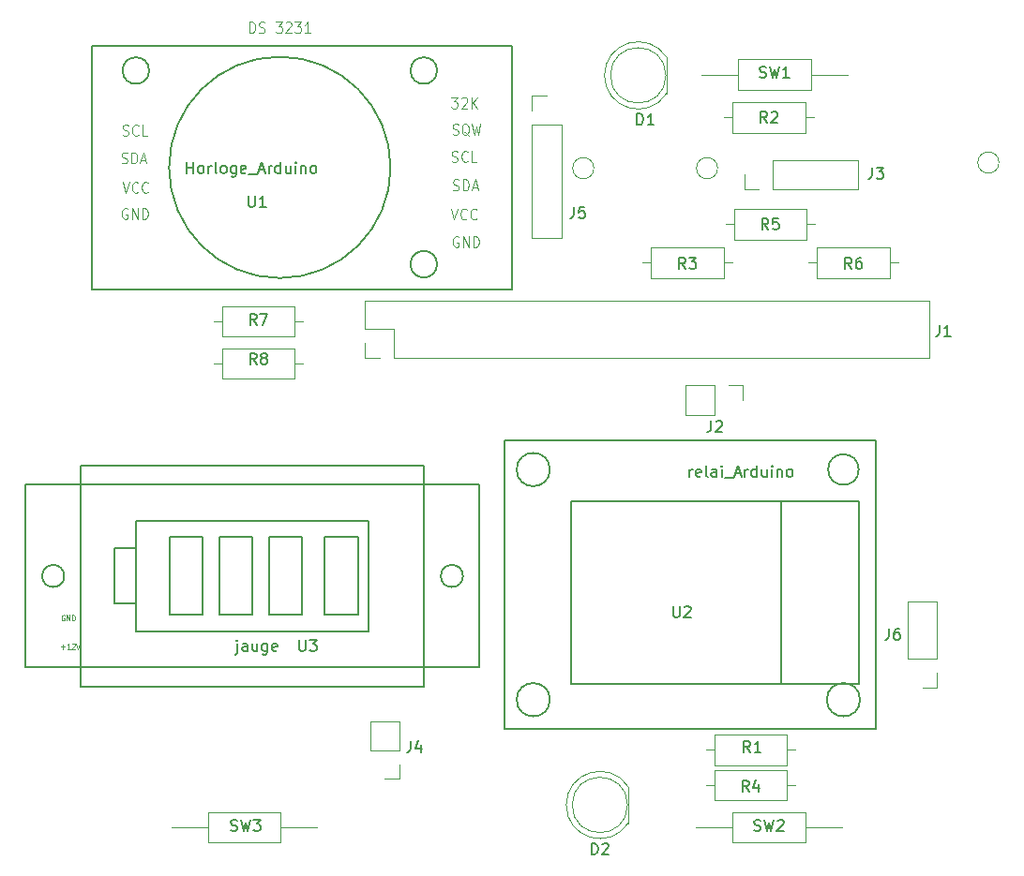
<source format=gbr>
%TF.GenerationSoftware,KiCad,Pcbnew,6.0.9-8da3e8f707~116~ubuntu20.04.1*%
%TF.CreationDate,2022-11-14T15:11:31+01:00*%
%TF.ProjectId,kosmos_V3_PCB,6b6f736d-6f73-45f5-9633-5f5043422e6b,rev?*%
%TF.SameCoordinates,Original*%
%TF.FileFunction,Legend,Top*%
%TF.FilePolarity,Positive*%
%FSLAX46Y46*%
G04 Gerber Fmt 4.6, Leading zero omitted, Abs format (unit mm)*
G04 Created by KiCad (PCBNEW 6.0.9-8da3e8f707~116~ubuntu20.04.1) date 2022-11-14 15:11:31*
%MOMM*%
%LPD*%
G01*
G04 APERTURE LIST*
%ADD10C,0.150000*%
%ADD11C,0.125000*%
%ADD12C,0.062500*%
%ADD13C,0.120000*%
%ADD14C,0.200000*%
G04 APERTURE END LIST*
D10*
%TO.C,*%
%TO.C,U1*%
X108966095Y-62952380D02*
X108966095Y-63761904D01*
X109013714Y-63857142D01*
X109061333Y-63904761D01*
X109156571Y-63952380D01*
X109347047Y-63952380D01*
X109442285Y-63904761D01*
X109489904Y-63857142D01*
X109537523Y-63761904D01*
X109537523Y-62952380D01*
X110537523Y-63952380D02*
X109966095Y-63952380D01*
X110251809Y-63952380D02*
X110251809Y-62952380D01*
X110156571Y-63095238D01*
X110061333Y-63190476D01*
X109966095Y-63238095D01*
X103410476Y-60904380D02*
X103410476Y-59904380D01*
X103410476Y-60380571D02*
X103981904Y-60380571D01*
X103981904Y-60904380D02*
X103981904Y-59904380D01*
X104600952Y-60904380D02*
X104505714Y-60856761D01*
X104458095Y-60809142D01*
X104410476Y-60713904D01*
X104410476Y-60428190D01*
X104458095Y-60332952D01*
X104505714Y-60285333D01*
X104600952Y-60237714D01*
X104743809Y-60237714D01*
X104839047Y-60285333D01*
X104886666Y-60332952D01*
X104934285Y-60428190D01*
X104934285Y-60713904D01*
X104886666Y-60809142D01*
X104839047Y-60856761D01*
X104743809Y-60904380D01*
X104600952Y-60904380D01*
X105362857Y-60904380D02*
X105362857Y-60237714D01*
X105362857Y-60428190D02*
X105410476Y-60332952D01*
X105458095Y-60285333D01*
X105553333Y-60237714D01*
X105648571Y-60237714D01*
X106124761Y-60904380D02*
X106029523Y-60856761D01*
X105981904Y-60761523D01*
X105981904Y-59904380D01*
X106648571Y-60904380D02*
X106553333Y-60856761D01*
X106505714Y-60809142D01*
X106458095Y-60713904D01*
X106458095Y-60428190D01*
X106505714Y-60332952D01*
X106553333Y-60285333D01*
X106648571Y-60237714D01*
X106791428Y-60237714D01*
X106886666Y-60285333D01*
X106934285Y-60332952D01*
X106981904Y-60428190D01*
X106981904Y-60713904D01*
X106934285Y-60809142D01*
X106886666Y-60856761D01*
X106791428Y-60904380D01*
X106648571Y-60904380D01*
X107839047Y-60237714D02*
X107839047Y-61047238D01*
X107791428Y-61142476D01*
X107743809Y-61190095D01*
X107648571Y-61237714D01*
X107505714Y-61237714D01*
X107410476Y-61190095D01*
X107839047Y-60856761D02*
X107743809Y-60904380D01*
X107553333Y-60904380D01*
X107458095Y-60856761D01*
X107410476Y-60809142D01*
X107362857Y-60713904D01*
X107362857Y-60428190D01*
X107410476Y-60332952D01*
X107458095Y-60285333D01*
X107553333Y-60237714D01*
X107743809Y-60237714D01*
X107839047Y-60285333D01*
X108696190Y-60856761D02*
X108600952Y-60904380D01*
X108410476Y-60904380D01*
X108315238Y-60856761D01*
X108267619Y-60761523D01*
X108267619Y-60380571D01*
X108315238Y-60285333D01*
X108410476Y-60237714D01*
X108600952Y-60237714D01*
X108696190Y-60285333D01*
X108743809Y-60380571D01*
X108743809Y-60475809D01*
X108267619Y-60571047D01*
X108934285Y-60999619D02*
X109696190Y-60999619D01*
X109886666Y-60618666D02*
X110362857Y-60618666D01*
X109791428Y-60904380D02*
X110124761Y-59904380D01*
X110458095Y-60904380D01*
X110791428Y-60904380D02*
X110791428Y-60237714D01*
X110791428Y-60428190D02*
X110839047Y-60332952D01*
X110886666Y-60285333D01*
X110981904Y-60237714D01*
X111077142Y-60237714D01*
X111839047Y-60904380D02*
X111839047Y-59904380D01*
X111839047Y-60856761D02*
X111743809Y-60904380D01*
X111553333Y-60904380D01*
X111458095Y-60856761D01*
X111410476Y-60809142D01*
X111362857Y-60713904D01*
X111362857Y-60428190D01*
X111410476Y-60332952D01*
X111458095Y-60285333D01*
X111553333Y-60237714D01*
X111743809Y-60237714D01*
X111839047Y-60285333D01*
X112743809Y-60237714D02*
X112743809Y-60904380D01*
X112315238Y-60237714D02*
X112315238Y-60761523D01*
X112362857Y-60856761D01*
X112458095Y-60904380D01*
X112600952Y-60904380D01*
X112696190Y-60856761D01*
X112743809Y-60809142D01*
X113220000Y-60904380D02*
X113220000Y-60237714D01*
X113220000Y-59904380D02*
X113172380Y-59952000D01*
X113220000Y-59999619D01*
X113267619Y-59952000D01*
X113220000Y-59904380D01*
X113220000Y-59999619D01*
X113696190Y-60237714D02*
X113696190Y-60904380D01*
X113696190Y-60332952D02*
X113743809Y-60285333D01*
X113839047Y-60237714D01*
X113981904Y-60237714D01*
X114077142Y-60285333D01*
X114124761Y-60380571D01*
X114124761Y-60904380D01*
X114743809Y-60904380D02*
X114648571Y-60856761D01*
X114600952Y-60809142D01*
X114553333Y-60713904D01*
X114553333Y-60428190D01*
X114600952Y-60332952D01*
X114648571Y-60285333D01*
X114743809Y-60237714D01*
X114886666Y-60237714D01*
X114981904Y-60285333D01*
X115029523Y-60332952D01*
X115077142Y-60428190D01*
X115077142Y-60713904D01*
X115029523Y-60809142D01*
X114981904Y-60856761D01*
X114886666Y-60904380D01*
X114743809Y-60904380D01*
D11*
X97590500Y-61695916D02*
X97890500Y-62695916D01*
X98190500Y-61695916D01*
X99004786Y-62600678D02*
X98961928Y-62648297D01*
X98833357Y-62695916D01*
X98747643Y-62695916D01*
X98619071Y-62648297D01*
X98533357Y-62553059D01*
X98490500Y-62457821D01*
X98447643Y-62267345D01*
X98447643Y-62124488D01*
X98490500Y-61934012D01*
X98533357Y-61838774D01*
X98619071Y-61743536D01*
X98747643Y-61695916D01*
X98833357Y-61695916D01*
X98961928Y-61743536D01*
X99004786Y-61791155D01*
X99904786Y-62600678D02*
X99861928Y-62648297D01*
X99733357Y-62695916D01*
X99647643Y-62695916D01*
X99519071Y-62648297D01*
X99433357Y-62553059D01*
X99390500Y-62457821D01*
X99347643Y-62267345D01*
X99347643Y-62124488D01*
X99390500Y-61934012D01*
X99433357Y-61838774D01*
X99519071Y-61743536D01*
X99647643Y-61695916D01*
X99733357Y-61695916D01*
X99861928Y-61743536D01*
X99904786Y-61791155D01*
X97506466Y-59979761D02*
X97635038Y-60027380D01*
X97849323Y-60027380D01*
X97935038Y-59979761D01*
X97977895Y-59932142D01*
X98020752Y-59836904D01*
X98020752Y-59741666D01*
X97977895Y-59646428D01*
X97935038Y-59598809D01*
X97849323Y-59551190D01*
X97677895Y-59503571D01*
X97592180Y-59455952D01*
X97549323Y-59408333D01*
X97506466Y-59313095D01*
X97506466Y-59217857D01*
X97549323Y-59122619D01*
X97592180Y-59075000D01*
X97677895Y-59027380D01*
X97892180Y-59027380D01*
X98020752Y-59075000D01*
X98406466Y-60027380D02*
X98406466Y-59027380D01*
X98620752Y-59027380D01*
X98749323Y-59075000D01*
X98835038Y-59170238D01*
X98877895Y-59265476D01*
X98920752Y-59455952D01*
X98920752Y-59598809D01*
X98877895Y-59789285D01*
X98835038Y-59884523D01*
X98749323Y-59979761D01*
X98620752Y-60027380D01*
X98406466Y-60027380D01*
X99263609Y-59741666D02*
X99692180Y-59741666D01*
X99177895Y-60027380D02*
X99477895Y-59027380D01*
X99777895Y-60027380D01*
X127447540Y-62424391D02*
X127576112Y-62472010D01*
X127790397Y-62472010D01*
X127876112Y-62424391D01*
X127918969Y-62376772D01*
X127961826Y-62281534D01*
X127961826Y-62186296D01*
X127918969Y-62091058D01*
X127876112Y-62043439D01*
X127790397Y-61995820D01*
X127618969Y-61948201D01*
X127533254Y-61900582D01*
X127490397Y-61852963D01*
X127447540Y-61757725D01*
X127447540Y-61662487D01*
X127490397Y-61567249D01*
X127533254Y-61519630D01*
X127618969Y-61472010D01*
X127833254Y-61472010D01*
X127961826Y-61519630D01*
X128347540Y-62472010D02*
X128347540Y-61472010D01*
X128561826Y-61472010D01*
X128690397Y-61519630D01*
X128776112Y-61614868D01*
X128818969Y-61710106D01*
X128861826Y-61900582D01*
X128861826Y-62043439D01*
X128818969Y-62233915D01*
X128776112Y-62329153D01*
X128690397Y-62424391D01*
X128561826Y-62472010D01*
X128347540Y-62472010D01*
X129204683Y-62186296D02*
X129633254Y-62186296D01*
X129118969Y-62472010D02*
X129418969Y-61472010D01*
X129718969Y-62472010D01*
X127333261Y-59853110D02*
X127461833Y-59900729D01*
X127676118Y-59900729D01*
X127761833Y-59853110D01*
X127804690Y-59805491D01*
X127847547Y-59710253D01*
X127847547Y-59615015D01*
X127804690Y-59519777D01*
X127761833Y-59472158D01*
X127676118Y-59424539D01*
X127504690Y-59376920D01*
X127418975Y-59329301D01*
X127376118Y-59281682D01*
X127333261Y-59186444D01*
X127333261Y-59091206D01*
X127376118Y-58995968D01*
X127418975Y-58948349D01*
X127504690Y-58900729D01*
X127718975Y-58900729D01*
X127847547Y-58948349D01*
X128747547Y-59805491D02*
X128704690Y-59853110D01*
X128576118Y-59900729D01*
X128490404Y-59900729D01*
X128361833Y-59853110D01*
X128276118Y-59757872D01*
X128233261Y-59662634D01*
X128190404Y-59472158D01*
X128190404Y-59329301D01*
X128233261Y-59138825D01*
X128276118Y-59043587D01*
X128361833Y-58948349D01*
X128490404Y-58900729D01*
X128576118Y-58900729D01*
X128704690Y-58948349D01*
X128747547Y-58995968D01*
X129561833Y-59900729D02*
X129133261Y-59900729D01*
X129133261Y-58900729D01*
X109076616Y-48227690D02*
X109076616Y-47227690D01*
X109290902Y-47227690D01*
X109419473Y-47275310D01*
X109505188Y-47370548D01*
X109548045Y-47465786D01*
X109590902Y-47656262D01*
X109590902Y-47799119D01*
X109548045Y-47989595D01*
X109505188Y-48084833D01*
X109419473Y-48180071D01*
X109290902Y-48227690D01*
X109076616Y-48227690D01*
X109933759Y-48180071D02*
X110062331Y-48227690D01*
X110276616Y-48227690D01*
X110362331Y-48180071D01*
X110405188Y-48132452D01*
X110448045Y-48037214D01*
X110448045Y-47941976D01*
X110405188Y-47846738D01*
X110362331Y-47799119D01*
X110276616Y-47751500D01*
X110105188Y-47703881D01*
X110019473Y-47656262D01*
X109976616Y-47608643D01*
X109933759Y-47513405D01*
X109933759Y-47418167D01*
X109976616Y-47322929D01*
X110019473Y-47275310D01*
X110105188Y-47227690D01*
X110319473Y-47227690D01*
X110448045Y-47275310D01*
X111433759Y-47227690D02*
X111990902Y-47227690D01*
X111690902Y-47608643D01*
X111819473Y-47608643D01*
X111905188Y-47656262D01*
X111948045Y-47703881D01*
X111990902Y-47799119D01*
X111990902Y-48037214D01*
X111948045Y-48132452D01*
X111905188Y-48180071D01*
X111819473Y-48227690D01*
X111562331Y-48227690D01*
X111476616Y-48180071D01*
X111433759Y-48132452D01*
X112333759Y-47322929D02*
X112376616Y-47275310D01*
X112462331Y-47227690D01*
X112676616Y-47227690D01*
X112762331Y-47275310D01*
X112805188Y-47322929D01*
X112848045Y-47418167D01*
X112848045Y-47513405D01*
X112805188Y-47656262D01*
X112290902Y-48227690D01*
X112848045Y-48227690D01*
X113148045Y-47227690D02*
X113705188Y-47227690D01*
X113405188Y-47608643D01*
X113533759Y-47608643D01*
X113619473Y-47656262D01*
X113662331Y-47703881D01*
X113705188Y-47799119D01*
X113705188Y-48037214D01*
X113662331Y-48132452D01*
X113619473Y-48180071D01*
X113533759Y-48227690D01*
X113276616Y-48227690D01*
X113190902Y-48180071D01*
X113148045Y-48132452D01*
X114562331Y-48227690D02*
X114048045Y-48227690D01*
X114305188Y-48227690D02*
X114305188Y-47227690D01*
X114219473Y-47370548D01*
X114133759Y-47465786D01*
X114048045Y-47513405D01*
X97606460Y-57467590D02*
X97735032Y-57515209D01*
X97949317Y-57515209D01*
X98035032Y-57467590D01*
X98077889Y-57419971D01*
X98120746Y-57324733D01*
X98120746Y-57229495D01*
X98077889Y-57134257D01*
X98035032Y-57086638D01*
X97949317Y-57039019D01*
X97777889Y-56991400D01*
X97692174Y-56943781D01*
X97649317Y-56896162D01*
X97606460Y-56800924D01*
X97606460Y-56705686D01*
X97649317Y-56610448D01*
X97692174Y-56562829D01*
X97777889Y-56515209D01*
X97992174Y-56515209D01*
X98120746Y-56562829D01*
X99020746Y-57419971D02*
X98977889Y-57467590D01*
X98849317Y-57515209D01*
X98763603Y-57515209D01*
X98635032Y-57467590D01*
X98549317Y-57372352D01*
X98506460Y-57277114D01*
X98463603Y-57086638D01*
X98463603Y-56943781D01*
X98506460Y-56753305D01*
X98549317Y-56658067D01*
X98635032Y-56562829D01*
X98763603Y-56515209D01*
X98849317Y-56515209D01*
X98977889Y-56562829D01*
X99020746Y-56610448D01*
X99835032Y-57515209D02*
X99406460Y-57515209D01*
X99406460Y-56515209D01*
X127904686Y-66662192D02*
X127818972Y-66614572D01*
X127690400Y-66614572D01*
X127561829Y-66662192D01*
X127476114Y-66757430D01*
X127433257Y-66852668D01*
X127390400Y-67043144D01*
X127390400Y-67186001D01*
X127433257Y-67376477D01*
X127476114Y-67471715D01*
X127561829Y-67566953D01*
X127690400Y-67614572D01*
X127776114Y-67614572D01*
X127904686Y-67566953D01*
X127947543Y-67519334D01*
X127947543Y-67186001D01*
X127776114Y-67186001D01*
X128333257Y-67614572D02*
X128333257Y-66614572D01*
X128847543Y-67614572D01*
X128847543Y-66614572D01*
X129276114Y-67614572D02*
X129276114Y-66614572D01*
X129490400Y-66614572D01*
X129618972Y-66662192D01*
X129704686Y-66757430D01*
X129747543Y-66852668D01*
X129790400Y-67043144D01*
X129790400Y-67186001D01*
X129747543Y-67376477D01*
X129704686Y-67471715D01*
X129618972Y-67566953D01*
X129490400Y-67614572D01*
X129276114Y-67614572D01*
X98019081Y-64112117D02*
X97933367Y-64064497D01*
X97804795Y-64064497D01*
X97676224Y-64112117D01*
X97590509Y-64207355D01*
X97547652Y-64302593D01*
X97504795Y-64493069D01*
X97504795Y-64635926D01*
X97547652Y-64826402D01*
X97590509Y-64921640D01*
X97676224Y-65016878D01*
X97804795Y-65064497D01*
X97890509Y-65064497D01*
X98019081Y-65016878D01*
X98061938Y-64969259D01*
X98061938Y-64635926D01*
X97890509Y-64635926D01*
X98447652Y-65064497D02*
X98447652Y-64064497D01*
X98961938Y-65064497D01*
X98961938Y-64064497D01*
X99390509Y-65064497D02*
X99390509Y-64064497D01*
X99604795Y-64064497D01*
X99733367Y-64112117D01*
X99819081Y-64207355D01*
X99861938Y-64302593D01*
X99904795Y-64493069D01*
X99904795Y-64635926D01*
X99861938Y-64826402D01*
X99819081Y-64921640D01*
X99733367Y-65016878D01*
X99604795Y-65064497D01*
X99390509Y-65064497D01*
X127390400Y-57396108D02*
X127518972Y-57443727D01*
X127733257Y-57443727D01*
X127818972Y-57396108D01*
X127861829Y-57348489D01*
X127904686Y-57253251D01*
X127904686Y-57158013D01*
X127861829Y-57062775D01*
X127818972Y-57015156D01*
X127733257Y-56967537D01*
X127561829Y-56919918D01*
X127476114Y-56872299D01*
X127433257Y-56824680D01*
X127390400Y-56729442D01*
X127390400Y-56634204D01*
X127433257Y-56538966D01*
X127476114Y-56491347D01*
X127561829Y-56443727D01*
X127776114Y-56443727D01*
X127904686Y-56491347D01*
X128890400Y-57538966D02*
X128804686Y-57491347D01*
X128718972Y-57396108D01*
X128590400Y-57253251D01*
X128504686Y-57205632D01*
X128418972Y-57205632D01*
X128461829Y-57443727D02*
X128376114Y-57396108D01*
X128290400Y-57300870D01*
X128247543Y-57110394D01*
X128247543Y-56777061D01*
X128290400Y-56586585D01*
X128376114Y-56491347D01*
X128461829Y-56443727D01*
X128633257Y-56443727D01*
X128718972Y-56491347D01*
X128804686Y-56586585D01*
X128847543Y-56777061D01*
X128847543Y-57110394D01*
X128804686Y-57300870D01*
X128718972Y-57396108D01*
X128633257Y-57443727D01*
X128461829Y-57443727D01*
X129147543Y-56443727D02*
X129361829Y-57443727D01*
X129533257Y-56729442D01*
X129704686Y-57443727D01*
X129918972Y-56443727D01*
X127247547Y-64100431D02*
X127547547Y-65100431D01*
X127847547Y-64100431D01*
X128661833Y-65005193D02*
X128618975Y-65052812D01*
X128490404Y-65100431D01*
X128404690Y-65100431D01*
X128276118Y-65052812D01*
X128190404Y-64957574D01*
X128147547Y-64862336D01*
X128104690Y-64671860D01*
X128104690Y-64529003D01*
X128147547Y-64338527D01*
X128190404Y-64243289D01*
X128276118Y-64148051D01*
X128404690Y-64100431D01*
X128490404Y-64100431D01*
X128618975Y-64148051D01*
X128661833Y-64195670D01*
X129561833Y-65005193D02*
X129518975Y-65052812D01*
X129390404Y-65100431D01*
X129304690Y-65100431D01*
X129176118Y-65052812D01*
X129090404Y-64957574D01*
X129047547Y-64862336D01*
X129004690Y-64671860D01*
X129004690Y-64529003D01*
X129047547Y-64338527D01*
X129090404Y-64243289D01*
X129176118Y-64148051D01*
X129304690Y-64100431D01*
X129390404Y-64100431D01*
X129518975Y-64148051D01*
X129561833Y-64195670D01*
X127290404Y-54043865D02*
X127847547Y-54043865D01*
X127547547Y-54424818D01*
X127676118Y-54424818D01*
X127761833Y-54472437D01*
X127804690Y-54520056D01*
X127847547Y-54615294D01*
X127847547Y-54853389D01*
X127804690Y-54948627D01*
X127761833Y-54996246D01*
X127676118Y-55043865D01*
X127418975Y-55043865D01*
X127333261Y-54996246D01*
X127290404Y-54948627D01*
X128190404Y-54139104D02*
X128233261Y-54091485D01*
X128318975Y-54043865D01*
X128533261Y-54043865D01*
X128618975Y-54091485D01*
X128661833Y-54139104D01*
X128704690Y-54234342D01*
X128704690Y-54329580D01*
X128661833Y-54472437D01*
X128147547Y-55043865D01*
X128704690Y-55043865D01*
X129090404Y-55043865D02*
X129090404Y-54043865D01*
X129604690Y-55043865D02*
X129218975Y-54472437D01*
X129604690Y-54043865D02*
X129090404Y-54615294D01*
D10*
%TO.C,SW3*%
X107378666Y-120292761D02*
X107521523Y-120340380D01*
X107759619Y-120340380D01*
X107854857Y-120292761D01*
X107902476Y-120245142D01*
X107950095Y-120149904D01*
X107950095Y-120054666D01*
X107902476Y-119959428D01*
X107854857Y-119911809D01*
X107759619Y-119864190D01*
X107569142Y-119816571D01*
X107473904Y-119768952D01*
X107426285Y-119721333D01*
X107378666Y-119626095D01*
X107378666Y-119530857D01*
X107426285Y-119435619D01*
X107473904Y-119388000D01*
X107569142Y-119340380D01*
X107807238Y-119340380D01*
X107950095Y-119388000D01*
X108283428Y-119340380D02*
X108521523Y-120340380D01*
X108712000Y-119626095D01*
X108902476Y-120340380D01*
X109140571Y-119340380D01*
X109426285Y-119340380D02*
X110045333Y-119340380D01*
X109712000Y-119721333D01*
X109854857Y-119721333D01*
X109950095Y-119768952D01*
X109997714Y-119816571D01*
X110045333Y-119911809D01*
X110045333Y-120149904D01*
X109997714Y-120245142D01*
X109950095Y-120292761D01*
X109854857Y-120340380D01*
X109569142Y-120340380D01*
X109473904Y-120292761D01*
X109426285Y-120245142D01*
%TO.C,U2*%
X147318095Y-100042380D02*
X147318095Y-100851904D01*
X147365714Y-100947142D01*
X147413333Y-100994761D01*
X147508571Y-101042380D01*
X147699047Y-101042380D01*
X147794285Y-100994761D01*
X147841904Y-100947142D01*
X147889523Y-100851904D01*
X147889523Y-100042380D01*
X148318095Y-100137619D02*
X148365714Y-100090000D01*
X148460952Y-100042380D01*
X148699047Y-100042380D01*
X148794285Y-100090000D01*
X148841904Y-100137619D01*
X148889523Y-100232857D01*
X148889523Y-100328095D01*
X148841904Y-100470952D01*
X148270476Y-101042380D01*
X148889523Y-101042380D01*
X148796952Y-88336380D02*
X148796952Y-87669714D01*
X148796952Y-87860190D02*
X148844571Y-87764952D01*
X148892190Y-87717333D01*
X148987428Y-87669714D01*
X149082666Y-87669714D01*
X149796952Y-88288761D02*
X149701714Y-88336380D01*
X149511238Y-88336380D01*
X149416000Y-88288761D01*
X149368380Y-88193523D01*
X149368380Y-87812571D01*
X149416000Y-87717333D01*
X149511238Y-87669714D01*
X149701714Y-87669714D01*
X149796952Y-87717333D01*
X149844571Y-87812571D01*
X149844571Y-87907809D01*
X149368380Y-88003047D01*
X150416000Y-88336380D02*
X150320761Y-88288761D01*
X150273142Y-88193523D01*
X150273142Y-87336380D01*
X151225523Y-88336380D02*
X151225523Y-87812571D01*
X151177904Y-87717333D01*
X151082666Y-87669714D01*
X150892190Y-87669714D01*
X150796952Y-87717333D01*
X151225523Y-88288761D02*
X151130285Y-88336380D01*
X150892190Y-88336380D01*
X150796952Y-88288761D01*
X150749333Y-88193523D01*
X150749333Y-88098285D01*
X150796952Y-88003047D01*
X150892190Y-87955428D01*
X151130285Y-87955428D01*
X151225523Y-87907809D01*
X151701714Y-88336380D02*
X151701714Y-87669714D01*
X151701714Y-87336380D02*
X151654095Y-87384000D01*
X151701714Y-87431619D01*
X151749333Y-87384000D01*
X151701714Y-87336380D01*
X151701714Y-87431619D01*
X151939809Y-88431619D02*
X152701714Y-88431619D01*
X152892190Y-88050666D02*
X153368380Y-88050666D01*
X152796952Y-88336380D02*
X153130285Y-87336380D01*
X153463619Y-88336380D01*
X153796952Y-88336380D02*
X153796952Y-87669714D01*
X153796952Y-87860190D02*
X153844571Y-87764952D01*
X153892190Y-87717333D01*
X153987428Y-87669714D01*
X154082666Y-87669714D01*
X154844571Y-88336380D02*
X154844571Y-87336380D01*
X154844571Y-88288761D02*
X154749333Y-88336380D01*
X154558857Y-88336380D01*
X154463619Y-88288761D01*
X154416000Y-88241142D01*
X154368380Y-88145904D01*
X154368380Y-87860190D01*
X154416000Y-87764952D01*
X154463619Y-87717333D01*
X154558857Y-87669714D01*
X154749333Y-87669714D01*
X154844571Y-87717333D01*
X155749333Y-87669714D02*
X155749333Y-88336380D01*
X155320761Y-87669714D02*
X155320761Y-88193523D01*
X155368380Y-88288761D01*
X155463619Y-88336380D01*
X155606476Y-88336380D01*
X155701714Y-88288761D01*
X155749333Y-88241142D01*
X156225523Y-88336380D02*
X156225523Y-87669714D01*
X156225523Y-87336380D02*
X156177904Y-87384000D01*
X156225523Y-87431619D01*
X156273142Y-87384000D01*
X156225523Y-87336380D01*
X156225523Y-87431619D01*
X156701714Y-87669714D02*
X156701714Y-88336380D01*
X156701714Y-87764952D02*
X156749333Y-87717333D01*
X156844571Y-87669714D01*
X156987428Y-87669714D01*
X157082666Y-87717333D01*
X157130285Y-87812571D01*
X157130285Y-88336380D01*
X157749333Y-88336380D02*
X157654095Y-88288761D01*
X157606476Y-88241142D01*
X157558857Y-88145904D01*
X157558857Y-87860190D01*
X157606476Y-87764952D01*
X157654095Y-87717333D01*
X157749333Y-87669714D01*
X157892190Y-87669714D01*
X157987428Y-87717333D01*
X158035047Y-87764952D01*
X158082666Y-87860190D01*
X158082666Y-88145904D01*
X158035047Y-88241142D01*
X157987428Y-88288761D01*
X157892190Y-88336380D01*
X157749333Y-88336380D01*
%TO.C,*%
%TO.C,U3*%
X113538095Y-103084380D02*
X113538095Y-103893904D01*
X113585714Y-103989142D01*
X113633333Y-104036761D01*
X113728571Y-104084380D01*
X113919047Y-104084380D01*
X114014285Y-104036761D01*
X114061904Y-103989142D01*
X114109523Y-103893904D01*
X114109523Y-103084380D01*
X114490476Y-103084380D02*
X115109523Y-103084380D01*
X114776190Y-103465333D01*
X114919047Y-103465333D01*
X115014285Y-103512952D01*
X115061904Y-103560571D01*
X115109523Y-103655809D01*
X115109523Y-103893904D01*
X115061904Y-103989142D01*
X115014285Y-104036761D01*
X114919047Y-104084380D01*
X114633333Y-104084380D01*
X114538095Y-104036761D01*
X114490476Y-103989142D01*
X107942285Y-103417714D02*
X107942285Y-104274857D01*
X107894666Y-104370095D01*
X107799428Y-104417714D01*
X107751809Y-104417714D01*
X107942285Y-103084380D02*
X107894666Y-103132000D01*
X107942285Y-103179619D01*
X107989904Y-103132000D01*
X107942285Y-103084380D01*
X107942285Y-103179619D01*
X108847047Y-104084380D02*
X108847047Y-103560571D01*
X108799428Y-103465333D01*
X108704190Y-103417714D01*
X108513714Y-103417714D01*
X108418476Y-103465333D01*
X108847047Y-104036761D02*
X108751809Y-104084380D01*
X108513714Y-104084380D01*
X108418476Y-104036761D01*
X108370857Y-103941523D01*
X108370857Y-103846285D01*
X108418476Y-103751047D01*
X108513714Y-103703428D01*
X108751809Y-103703428D01*
X108847047Y-103655809D01*
X109751809Y-103417714D02*
X109751809Y-104084380D01*
X109323238Y-103417714D02*
X109323238Y-103941523D01*
X109370857Y-104036761D01*
X109466095Y-104084380D01*
X109608952Y-104084380D01*
X109704190Y-104036761D01*
X109751809Y-103989142D01*
X110656571Y-103417714D02*
X110656571Y-104227238D01*
X110608952Y-104322476D01*
X110561333Y-104370095D01*
X110466095Y-104417714D01*
X110323238Y-104417714D01*
X110228000Y-104370095D01*
X110656571Y-104036761D02*
X110561333Y-104084380D01*
X110370857Y-104084380D01*
X110275619Y-104036761D01*
X110228000Y-103989142D01*
X110180380Y-103893904D01*
X110180380Y-103608190D01*
X110228000Y-103512952D01*
X110275619Y-103465333D01*
X110370857Y-103417714D01*
X110561333Y-103417714D01*
X110656571Y-103465333D01*
X111513714Y-104036761D02*
X111418476Y-104084380D01*
X111228000Y-104084380D01*
X111132761Y-104036761D01*
X111085142Y-103941523D01*
X111085142Y-103560571D01*
X111132761Y-103465333D01*
X111228000Y-103417714D01*
X111418476Y-103417714D01*
X111513714Y-103465333D01*
X111561333Y-103560571D01*
X111561333Y-103655809D01*
X111085142Y-103751047D01*
D12*
X92062191Y-103702067D02*
X92405049Y-103702067D01*
X92233620Y-103892543D02*
X92233620Y-103511591D01*
X92855049Y-103892543D02*
X92597906Y-103892543D01*
X92726477Y-103892543D02*
X92726477Y-103392543D01*
X92683620Y-103463972D01*
X92640763Y-103511591D01*
X92597906Y-103535400D01*
X93026477Y-103440162D02*
X93047906Y-103416353D01*
X93090763Y-103392543D01*
X93197906Y-103392543D01*
X93240763Y-103416353D01*
X93262191Y-103440162D01*
X93283620Y-103487781D01*
X93283620Y-103535400D01*
X93262191Y-103606829D01*
X93005049Y-103892543D01*
X93283620Y-103892543D01*
X93412191Y-103392543D02*
X93562191Y-103892543D01*
X93712191Y-103392543D01*
X92355010Y-100864811D02*
X92312153Y-100841001D01*
X92247867Y-100841001D01*
X92183581Y-100864811D01*
X92140724Y-100912430D01*
X92119295Y-100960049D01*
X92097867Y-101055287D01*
X92097867Y-101126715D01*
X92119295Y-101221953D01*
X92140724Y-101269572D01*
X92183581Y-101317191D01*
X92247867Y-101341001D01*
X92290724Y-101341001D01*
X92355010Y-101317191D01*
X92376438Y-101293382D01*
X92376438Y-101126715D01*
X92290724Y-101126715D01*
X92569295Y-101341001D02*
X92569295Y-100841001D01*
X92826438Y-101341001D01*
X92826438Y-100841001D01*
X93040724Y-101341001D02*
X93040724Y-100841001D01*
X93147867Y-100841001D01*
X93212153Y-100864811D01*
X93255010Y-100912430D01*
X93276438Y-100960049D01*
X93297867Y-101055287D01*
X93297867Y-101126715D01*
X93276438Y-101221953D01*
X93255010Y-101269572D01*
X93212153Y-101317191D01*
X93147867Y-101341001D01*
X93040724Y-101341001D01*
D10*
%TO.C,*%
%TO.C,J1*%
X171370666Y-74636380D02*
X171370666Y-75350666D01*
X171323047Y-75493523D01*
X171227809Y-75588761D01*
X171084952Y-75636380D01*
X170989714Y-75636380D01*
X172370666Y-75636380D02*
X171799238Y-75636380D01*
X172084952Y-75636380D02*
X172084952Y-74636380D01*
X171989714Y-74779238D01*
X171894476Y-74874476D01*
X171799238Y-74922095D01*
%TO.C,R1*%
X154265333Y-113228380D02*
X153932000Y-112752190D01*
X153693904Y-113228380D02*
X153693904Y-112228380D01*
X154074857Y-112228380D01*
X154170095Y-112276000D01*
X154217714Y-112323619D01*
X154265333Y-112418857D01*
X154265333Y-112561714D01*
X154217714Y-112656952D01*
X154170095Y-112704571D01*
X154074857Y-112752190D01*
X153693904Y-112752190D01*
X155217714Y-113228380D02*
X154646285Y-113228380D01*
X154932000Y-113228380D02*
X154932000Y-112228380D01*
X154836761Y-112371238D01*
X154741523Y-112466476D01*
X154646285Y-112514095D01*
%TO.C,R3*%
X148417143Y-69540380D02*
X148083810Y-69064190D01*
X147845714Y-69540380D02*
X147845714Y-68540380D01*
X148226667Y-68540380D01*
X148321905Y-68588000D01*
X148369524Y-68635619D01*
X148417143Y-68730857D01*
X148417143Y-68873714D01*
X148369524Y-68968952D01*
X148321905Y-69016571D01*
X148226667Y-69064190D01*
X147845714Y-69064190D01*
X148750476Y-68540380D02*
X149369524Y-68540380D01*
X149036190Y-68921333D01*
X149179048Y-68921333D01*
X149274286Y-68968952D01*
X149321905Y-69016571D01*
X149369524Y-69111809D01*
X149369524Y-69349904D01*
X149321905Y-69445142D01*
X149274286Y-69492761D01*
X149179048Y-69540380D01*
X148893333Y-69540380D01*
X148798095Y-69492761D01*
X148750476Y-69445142D01*
%TO.C,*%
%TO.C,J5*%
X138350666Y-63968380D02*
X138350666Y-64682666D01*
X138303047Y-64825523D01*
X138207809Y-64920761D01*
X138064952Y-64968380D01*
X137969714Y-64968380D01*
X139303047Y-63968380D02*
X138826857Y-63968380D01*
X138779238Y-64444571D01*
X138826857Y-64396952D01*
X138922095Y-64349333D01*
X139160190Y-64349333D01*
X139255428Y-64396952D01*
X139303047Y-64444571D01*
X139350666Y-64539809D01*
X139350666Y-64777904D01*
X139303047Y-64873142D01*
X139255428Y-64920761D01*
X139160190Y-64968380D01*
X138922095Y-64968380D01*
X138826857Y-64920761D01*
X138779238Y-64873142D01*
%TO.C,R6*%
X163413333Y-69540380D02*
X163080000Y-69064190D01*
X162841904Y-69540380D02*
X162841904Y-68540380D01*
X163222857Y-68540380D01*
X163318095Y-68588000D01*
X163365714Y-68635619D01*
X163413333Y-68730857D01*
X163413333Y-68873714D01*
X163365714Y-68968952D01*
X163318095Y-69016571D01*
X163222857Y-69064190D01*
X162841904Y-69064190D01*
X164270476Y-68540380D02*
X164080000Y-68540380D01*
X163984761Y-68588000D01*
X163937142Y-68635619D01*
X163841904Y-68778476D01*
X163794285Y-68968952D01*
X163794285Y-69349904D01*
X163841904Y-69445142D01*
X163889523Y-69492761D01*
X163984761Y-69540380D01*
X164175238Y-69540380D01*
X164270476Y-69492761D01*
X164318095Y-69445142D01*
X164365714Y-69349904D01*
X164365714Y-69111809D01*
X164318095Y-69016571D01*
X164270476Y-68968952D01*
X164175238Y-68921333D01*
X163984761Y-68921333D01*
X163889523Y-68968952D01*
X163841904Y-69016571D01*
X163794285Y-69111809D01*
%TO.C,R4*%
X154138333Y-116784380D02*
X153805000Y-116308190D01*
X153566904Y-116784380D02*
X153566904Y-115784380D01*
X153947857Y-115784380D01*
X154043095Y-115832000D01*
X154090714Y-115879619D01*
X154138333Y-115974857D01*
X154138333Y-116117714D01*
X154090714Y-116212952D01*
X154043095Y-116260571D01*
X153947857Y-116308190D01*
X153566904Y-116308190D01*
X154995476Y-116117714D02*
X154995476Y-116784380D01*
X154757380Y-115736761D02*
X154519285Y-116451047D01*
X155138333Y-116451047D01*
%TO.C,D1*%
X144041904Y-56532380D02*
X144041904Y-55532380D01*
X144280000Y-55532380D01*
X144422857Y-55580000D01*
X144518095Y-55675238D01*
X144565714Y-55770476D01*
X144613333Y-55960952D01*
X144613333Y-56103809D01*
X144565714Y-56294285D01*
X144518095Y-56389523D01*
X144422857Y-56484761D01*
X144280000Y-56532380D01*
X144041904Y-56532380D01*
X145565714Y-56532380D02*
X144994285Y-56532380D01*
X145280000Y-56532380D02*
X145280000Y-55532380D01*
X145184761Y-55675238D01*
X145089523Y-55770476D01*
X144994285Y-55818095D01*
%TO.C,J4*%
X123618666Y-112228380D02*
X123618666Y-112942666D01*
X123571047Y-113085523D01*
X123475809Y-113180761D01*
X123332952Y-113228380D01*
X123237714Y-113228380D01*
X124523428Y-112561714D02*
X124523428Y-113228380D01*
X124285333Y-112180761D02*
X124047238Y-112895047D01*
X124666285Y-112895047D01*
%TO.C,R8*%
X109688333Y-78176380D02*
X109355000Y-77700190D01*
X109116904Y-78176380D02*
X109116904Y-77176380D01*
X109497857Y-77176380D01*
X109593095Y-77224000D01*
X109640714Y-77271619D01*
X109688333Y-77366857D01*
X109688333Y-77509714D01*
X109640714Y-77604952D01*
X109593095Y-77652571D01*
X109497857Y-77700190D01*
X109116904Y-77700190D01*
X110259761Y-77604952D02*
X110164523Y-77557333D01*
X110116904Y-77509714D01*
X110069285Y-77414476D01*
X110069285Y-77366857D01*
X110116904Y-77271619D01*
X110164523Y-77224000D01*
X110259761Y-77176380D01*
X110450238Y-77176380D01*
X110545476Y-77224000D01*
X110593095Y-77271619D01*
X110640714Y-77366857D01*
X110640714Y-77414476D01*
X110593095Y-77509714D01*
X110545476Y-77557333D01*
X110450238Y-77604952D01*
X110259761Y-77604952D01*
X110164523Y-77652571D01*
X110116904Y-77700190D01*
X110069285Y-77795428D01*
X110069285Y-77985904D01*
X110116904Y-78081142D01*
X110164523Y-78128761D01*
X110259761Y-78176380D01*
X110450238Y-78176380D01*
X110545476Y-78128761D01*
X110593095Y-78081142D01*
X110640714Y-77985904D01*
X110640714Y-77795428D01*
X110593095Y-77700190D01*
X110545476Y-77652571D01*
X110450238Y-77604952D01*
%TO.C,D2*%
X139953094Y-122462380D02*
X139953094Y-121462380D01*
X140191190Y-121462380D01*
X140334047Y-121510000D01*
X140429285Y-121605238D01*
X140476904Y-121700476D01*
X140524523Y-121890952D01*
X140524523Y-122033809D01*
X140476904Y-122224285D01*
X140429285Y-122319523D01*
X140334047Y-122414761D01*
X140191190Y-122462380D01*
X139953094Y-122462380D01*
X140905475Y-121557619D02*
X140953094Y-121510000D01*
X141048332Y-121462380D01*
X141286428Y-121462380D01*
X141381666Y-121510000D01*
X141429285Y-121557619D01*
X141476904Y-121652857D01*
X141476904Y-121748095D01*
X141429285Y-121890952D01*
X140857856Y-122462380D01*
X141476904Y-122462380D01*
%TO.C,J6*%
X166798666Y-102068380D02*
X166798666Y-102782666D01*
X166751047Y-102925523D01*
X166655809Y-103020761D01*
X166512952Y-103068380D01*
X166417714Y-103068380D01*
X167703428Y-102068380D02*
X167512952Y-102068380D01*
X167417714Y-102116000D01*
X167370095Y-102163619D01*
X167274857Y-102306476D01*
X167227238Y-102496952D01*
X167227238Y-102877904D01*
X167274857Y-102973142D01*
X167322476Y-103020761D01*
X167417714Y-103068380D01*
X167608190Y-103068380D01*
X167703428Y-103020761D01*
X167751047Y-102973142D01*
X167798666Y-102877904D01*
X167798666Y-102639809D01*
X167751047Y-102544571D01*
X167703428Y-102496952D01*
X167608190Y-102449333D01*
X167417714Y-102449333D01*
X167322476Y-102496952D01*
X167274857Y-102544571D01*
X167227238Y-102639809D01*
%TO.C,R7*%
X109688333Y-74620380D02*
X109355000Y-74144190D01*
X109116904Y-74620380D02*
X109116904Y-73620380D01*
X109497857Y-73620380D01*
X109593095Y-73668000D01*
X109640714Y-73715619D01*
X109688333Y-73810857D01*
X109688333Y-73953714D01*
X109640714Y-74048952D01*
X109593095Y-74096571D01*
X109497857Y-74144190D01*
X109116904Y-74144190D01*
X110021666Y-73620380D02*
X110688333Y-73620380D01*
X110259761Y-74620380D01*
%TO.C,J3*%
X165274666Y-60412380D02*
X165274666Y-61126666D01*
X165227047Y-61269523D01*
X165131809Y-61364761D01*
X164988952Y-61412380D01*
X164893714Y-61412380D01*
X165655619Y-60412380D02*
X166274666Y-60412380D01*
X165941333Y-60793333D01*
X166084190Y-60793333D01*
X166179428Y-60840952D01*
X166227047Y-60888571D01*
X166274666Y-60983809D01*
X166274666Y-61221904D01*
X166227047Y-61317142D01*
X166179428Y-61364761D01*
X166084190Y-61412380D01*
X165798476Y-61412380D01*
X165703238Y-61364761D01*
X165655619Y-61317142D01*
%TO.C,J2*%
X150746666Y-83272380D02*
X150746666Y-83986666D01*
X150699047Y-84129523D01*
X150603809Y-84224761D01*
X150460952Y-84272380D01*
X150365714Y-84272380D01*
X151175238Y-83367619D02*
X151222857Y-83320000D01*
X151318095Y-83272380D01*
X151556190Y-83272380D01*
X151651428Y-83320000D01*
X151699047Y-83367619D01*
X151746666Y-83462857D01*
X151746666Y-83558095D01*
X151699047Y-83700952D01*
X151127619Y-84272380D01*
X151746666Y-84272380D01*
%TO.C,SW1*%
X155130666Y-52220761D02*
X155273523Y-52268380D01*
X155511619Y-52268380D01*
X155606857Y-52220761D01*
X155654476Y-52173142D01*
X155702095Y-52077904D01*
X155702095Y-51982666D01*
X155654476Y-51887428D01*
X155606857Y-51839809D01*
X155511619Y-51792190D01*
X155321142Y-51744571D01*
X155225904Y-51696952D01*
X155178285Y-51649333D01*
X155130666Y-51554095D01*
X155130666Y-51458857D01*
X155178285Y-51363619D01*
X155225904Y-51316000D01*
X155321142Y-51268380D01*
X155559238Y-51268380D01*
X155702095Y-51316000D01*
X156035428Y-51268380D02*
X156273523Y-52268380D01*
X156464000Y-51554095D01*
X156654476Y-52268380D01*
X156892571Y-51268380D01*
X157797333Y-52268380D02*
X157225904Y-52268380D01*
X157511619Y-52268380D02*
X157511619Y-51268380D01*
X157416380Y-51411238D01*
X157321142Y-51506476D01*
X157225904Y-51554095D01*
%TO.C,*%
%TO.C,R5*%
X155908333Y-65984380D02*
X155575000Y-65508190D01*
X155336904Y-65984380D02*
X155336904Y-64984380D01*
X155717857Y-64984380D01*
X155813095Y-65032000D01*
X155860714Y-65079619D01*
X155908333Y-65174857D01*
X155908333Y-65317714D01*
X155860714Y-65412952D01*
X155813095Y-65460571D01*
X155717857Y-65508190D01*
X155336904Y-65508190D01*
X156813095Y-64984380D02*
X156336904Y-64984380D01*
X156289285Y-65460571D01*
X156336904Y-65412952D01*
X156432142Y-65365333D01*
X156670238Y-65365333D01*
X156765476Y-65412952D01*
X156813095Y-65460571D01*
X156860714Y-65555809D01*
X156860714Y-65793904D01*
X156813095Y-65889142D01*
X156765476Y-65936761D01*
X156670238Y-65984380D01*
X156432142Y-65984380D01*
X156336904Y-65936761D01*
X156289285Y-65889142D01*
%TO.C,SW2*%
X154627856Y-120292761D02*
X154770713Y-120340380D01*
X155008809Y-120340380D01*
X155104047Y-120292761D01*
X155151666Y-120245142D01*
X155199285Y-120149904D01*
X155199285Y-120054666D01*
X155151666Y-119959428D01*
X155104047Y-119911809D01*
X155008809Y-119864190D01*
X154818332Y-119816571D01*
X154723094Y-119768952D01*
X154675475Y-119721333D01*
X154627856Y-119626095D01*
X154627856Y-119530857D01*
X154675475Y-119435619D01*
X154723094Y-119388000D01*
X154818332Y-119340380D01*
X155056428Y-119340380D01*
X155199285Y-119388000D01*
X155532618Y-119340380D02*
X155770713Y-120340380D01*
X155961190Y-119626095D01*
X156151666Y-120340380D01*
X156389761Y-119340380D01*
X156723094Y-119435619D02*
X156770713Y-119388000D01*
X156865951Y-119340380D01*
X157104047Y-119340380D01*
X157199285Y-119388000D01*
X157246904Y-119435619D01*
X157294523Y-119530857D01*
X157294523Y-119626095D01*
X157246904Y-119768952D01*
X156675475Y-120340380D01*
X157294523Y-120340380D01*
%TO.C,*%
%TO.C,R2*%
X155789333Y-56332380D02*
X155456000Y-55856190D01*
X155217904Y-56332380D02*
X155217904Y-55332380D01*
X155598857Y-55332380D01*
X155694095Y-55380000D01*
X155741714Y-55427619D01*
X155789333Y-55522857D01*
X155789333Y-55665714D01*
X155741714Y-55760952D01*
X155694095Y-55808571D01*
X155598857Y-55856190D01*
X155217904Y-55856190D01*
X156170285Y-55427619D02*
X156217904Y-55380000D01*
X156313142Y-55332380D01*
X156551238Y-55332380D01*
X156646476Y-55380000D01*
X156694095Y-55427619D01*
X156741714Y-55522857D01*
X156741714Y-55618095D01*
X156694095Y-55760952D01*
X156122666Y-56332380D01*
X156741714Y-56332380D01*
D13*
%TO.C,REF\u002A\u002A*%
X176718000Y-59944000D02*
G75*
G03*
X176718000Y-59944000I-950000J0D01*
G01*
D14*
%TO.C,U1*%
X132795000Y-71385000D02*
X132795000Y-49385000D01*
X94795000Y-49385000D02*
X94795000Y-71385000D01*
X94795000Y-71385000D02*
X132795000Y-71385000D01*
X94795000Y-49385000D02*
X132795000Y-49385000D01*
X121795000Y-60385000D02*
G75*
G03*
X121795000Y-60385000I-10000000J0D01*
G01*
X99995000Y-51635000D02*
G75*
G03*
X99995000Y-51635000I-1200000J0D01*
G01*
X125995000Y-51635000D02*
G75*
G03*
X125995000Y-51635000I-1200000J0D01*
G01*
X125995000Y-69135000D02*
G75*
G03*
X125995000Y-69135000I-1200000J0D01*
G01*
D13*
%TO.C,SW3*%
X111855000Y-121385000D02*
X111855000Y-118645000D01*
X115165000Y-120015000D02*
X111855000Y-120015000D01*
X105315000Y-121385000D02*
X111855000Y-121385000D01*
X105315000Y-118645000D02*
X105315000Y-121385000D01*
X102005000Y-120015000D02*
X105315000Y-120015000D01*
X111855000Y-118645000D02*
X105315000Y-118645000D01*
D14*
%TO.C,U2*%
X165580000Y-85090000D02*
X165580000Y-111090000D01*
X132080000Y-85090000D02*
X165580000Y-85090000D01*
X164080000Y-107090000D02*
X164080000Y-90590000D01*
X138080000Y-107090000D02*
X138080000Y-90590000D01*
X138080000Y-90590000D02*
X164080000Y-90590000D01*
X157080000Y-107090000D02*
X157080000Y-90590000D01*
X165580000Y-111090000D02*
X132080000Y-111090000D01*
X138080000Y-107090000D02*
X164080000Y-107090000D01*
X132080000Y-111090000D02*
X132080000Y-85090000D01*
X164180000Y-108490000D02*
G75*
G03*
X164180000Y-108490000I-1500000J0D01*
G01*
X136180000Y-108490000D02*
G75*
G03*
X136180000Y-108490000I-1500000J0D01*
G01*
X136180000Y-87690000D02*
G75*
G03*
X136180000Y-87690000I-1500000J0D01*
G01*
X164063771Y-87690000D02*
G75*
G03*
X164063771Y-87690000I-1383771J0D01*
G01*
%TO.C,U3*%
X129832000Y-105560000D02*
X88832000Y-105560000D01*
X98832000Y-102310000D02*
X119832000Y-102310000D01*
X88832000Y-89060000D02*
X129832000Y-89060000D01*
X88832000Y-105560000D02*
X88832000Y-89060000D01*
X115832000Y-93810000D02*
X115832000Y-100810000D01*
X93832000Y-87310000D02*
X93832000Y-107310000D01*
X109332000Y-93810000D02*
X109332000Y-100810000D01*
X106332000Y-93810000D02*
X106332000Y-100810000D01*
X101832000Y-100810000D02*
X104832000Y-100810000D01*
X110832000Y-93810000D02*
X110832000Y-100810000D01*
X96832000Y-94810000D02*
X98832000Y-94810000D01*
X96832000Y-94810000D02*
X96832000Y-99810000D01*
X110832000Y-100810000D02*
X113832000Y-100810000D01*
X113832000Y-93810000D02*
X113832000Y-100810000D01*
X119832000Y-92310000D02*
X119832000Y-102310000D01*
X106332000Y-93810000D02*
X109332000Y-93810000D01*
X101832000Y-93810000D02*
X101832000Y-100810000D01*
X124832000Y-87310000D02*
X124832000Y-107310000D01*
X106332000Y-100810000D02*
X109332000Y-100810000D01*
X129832000Y-89060000D02*
X129832000Y-105560000D01*
X110832000Y-93810000D02*
X113832000Y-93810000D01*
X115832000Y-93810000D02*
X118832000Y-93810000D01*
X101832000Y-93810000D02*
X104832000Y-93810000D01*
X98832000Y-92310000D02*
X98832000Y-102310000D01*
X93832000Y-107310000D02*
X124832000Y-107310000D01*
X93832000Y-87310000D02*
X124832000Y-87310000D01*
X115832000Y-100810000D02*
X118832000Y-100810000D01*
X104832000Y-93810000D02*
X104832000Y-100810000D01*
X98832000Y-92310000D02*
X119832000Y-92310000D01*
X96832000Y-99810000D02*
X98832000Y-99810000D01*
X118832000Y-93810000D02*
X118832000Y-100810000D01*
X128332000Y-97310000D02*
G75*
G03*
X128332000Y-97310000I-1000000J0D01*
G01*
X92332000Y-97310000D02*
G75*
G03*
X92332000Y-97310000I-1000000J0D01*
G01*
D13*
%TO.C,J1*%
X119506190Y-72405000D02*
X170426190Y-72405000D01*
X122106190Y-77605000D02*
X170426190Y-77605000D01*
X119506190Y-77605000D02*
X119506190Y-76275000D01*
X122106190Y-75005000D02*
X119506190Y-75005000D01*
X122106190Y-77605000D02*
X122106190Y-75005000D01*
X119506190Y-75005000D02*
X119506190Y-72405000D01*
X120836190Y-77605000D02*
X119506190Y-77605000D01*
X170426190Y-77605000D02*
X170426190Y-72405000D01*
%TO.C,R1*%
X151035000Y-111660000D02*
X151035000Y-114400000D01*
X150265000Y-113030000D02*
X151035000Y-113030000D01*
X157575000Y-111660000D02*
X151035000Y-111660000D01*
X151035000Y-114400000D02*
X157575000Y-114400000D01*
X157575000Y-114400000D02*
X157575000Y-111660000D01*
X158345000Y-113030000D02*
X157575000Y-113030000D01*
%TO.C,R3*%
X151853810Y-70370000D02*
X151853810Y-67630000D01*
X145313810Y-67630000D02*
X145313810Y-70370000D01*
X152623810Y-69000000D02*
X151853810Y-69000000D01*
X144543810Y-69000000D02*
X145313810Y-69000000D01*
X145313810Y-70370000D02*
X151853810Y-70370000D01*
X151853810Y-67630000D02*
X145313810Y-67630000D01*
%TO.C,J5*%
X134560000Y-56515000D02*
X134560000Y-66735000D01*
X134560000Y-56515000D02*
X137220000Y-56515000D01*
X134560000Y-66735000D02*
X137220000Y-66735000D01*
X137220000Y-56515000D02*
X137220000Y-66735000D01*
X134560000Y-53915000D02*
X135890000Y-53915000D01*
X134560000Y-55245000D02*
X134560000Y-53915000D01*
%TO.C,R6*%
X160310000Y-67630000D02*
X160310000Y-70370000D01*
X166850000Y-70370000D02*
X166850000Y-67630000D01*
X159540000Y-69000000D02*
X160310000Y-69000000D01*
X160310000Y-70370000D02*
X166850000Y-70370000D01*
X167620000Y-69000000D02*
X166850000Y-69000000D01*
X166850000Y-67630000D02*
X160310000Y-67630000D01*
%TO.C,R4*%
X151035000Y-114835000D02*
X151035000Y-117575000D01*
X151035000Y-117575000D02*
X157575000Y-117575000D01*
X157575000Y-114835000D02*
X151035000Y-114835000D01*
X150265000Y-116205000D02*
X151035000Y-116205000D01*
X158345000Y-116205000D02*
X157575000Y-116205000D01*
X157575000Y-117575000D02*
X157575000Y-114835000D01*
%TO.C,D1*%
X146710000Y-53710000D02*
X146710000Y-50430000D01*
X146710000Y-50430488D02*
G75*
G03*
X141110001Y-52071958I-2560000J-1639512D01*
G01*
X141110001Y-52068042D02*
G75*
G03*
X146710000Y-53709512I3039999J-1958D01*
G01*
X146650000Y-52070000D02*
G75*
G03*
X146650000Y-52070000I-2500000J0D01*
G01*
%TO.C,J4*%
X122615000Y-113035000D02*
X119955000Y-113035000D01*
X122615000Y-115635000D02*
X121285000Y-115635000D01*
X122615000Y-113035000D02*
X122615000Y-110435000D01*
X119955000Y-113035000D02*
X119955000Y-110435000D01*
X122615000Y-110435000D02*
X119955000Y-110435000D01*
X122615000Y-114305000D02*
X122615000Y-115635000D01*
%TO.C,R8*%
X113125000Y-79475000D02*
X113125000Y-76735000D01*
X106585000Y-79475000D02*
X113125000Y-79475000D01*
X106585000Y-76735000D02*
X106585000Y-79475000D01*
X113895000Y-78105000D02*
X113125000Y-78105000D01*
X113125000Y-76735000D02*
X106585000Y-76735000D01*
X105815000Y-78105000D02*
X106585000Y-78105000D01*
%TO.C,D2*%
X143251190Y-119640000D02*
X143251190Y-116360000D01*
X143251190Y-116360488D02*
G75*
G03*
X137651191Y-118001958I-2560000J-1639512D01*
G01*
X137651191Y-117998042D02*
G75*
G03*
X143251190Y-119639512I3039999J-1958D01*
G01*
X143191190Y-118000000D02*
G75*
G03*
X143191190Y-118000000I-2500000J0D01*
G01*
%TO.C,REF\u002A\u002A*%
X140142000Y-60452000D02*
G75*
G03*
X140142000Y-60452000I-950000J0D01*
G01*
%TO.C,J6*%
X171130000Y-99640000D02*
X168470000Y-99640000D01*
X171130000Y-106050000D02*
X171130000Y-107380000D01*
X171130000Y-104780000D02*
X168470000Y-104780000D01*
X171130000Y-104780000D02*
X171130000Y-99640000D01*
X171130000Y-107380000D02*
X169800000Y-107380000D01*
X168470000Y-104780000D02*
X168470000Y-99640000D01*
%TO.C,R7*%
X106585000Y-75665000D02*
X113125000Y-75665000D01*
X113125000Y-72925000D02*
X106585000Y-72925000D01*
X106585000Y-72925000D02*
X106585000Y-75665000D01*
X113125000Y-75665000D02*
X113125000Y-72925000D01*
X113895000Y-74295000D02*
X113125000Y-74295000D01*
X105815000Y-74295000D02*
X106585000Y-74295000D01*
%TO.C,J3*%
X156315000Y-62355000D02*
X163995000Y-62355000D01*
X156315000Y-62355000D02*
X156315000Y-59695000D01*
X155045000Y-62355000D02*
X153715000Y-62355000D01*
X156315000Y-59695000D02*
X163995000Y-59695000D01*
X163995000Y-62355000D02*
X163995000Y-59695000D01*
X153715000Y-62355000D02*
X153715000Y-61025000D01*
%TO.C,J2*%
X151005000Y-80095000D02*
X151005000Y-82755000D01*
X153605000Y-80095000D02*
X153605000Y-81425000D01*
X148405000Y-80095000D02*
X148405000Y-82755000D01*
X151005000Y-80095000D02*
X148405000Y-80095000D01*
X152275000Y-80095000D02*
X153605000Y-80095000D01*
X151005000Y-82755000D02*
X148405000Y-82755000D01*
%TO.C,SW1*%
X153194000Y-53370000D02*
X159734000Y-53370000D01*
X159734000Y-50630000D02*
X153194000Y-50630000D01*
X149884000Y-52000000D02*
X153194000Y-52000000D01*
X153194000Y-50630000D02*
X153194000Y-53370000D01*
X163044000Y-52000000D02*
X159734000Y-52000000D01*
X159734000Y-53370000D02*
X159734000Y-50630000D01*
%TO.C,R5*%
X159345000Y-66902000D02*
X159345000Y-64162000D01*
X152805000Y-64162000D02*
X152805000Y-66902000D01*
X160115000Y-65532000D02*
X159345000Y-65532000D01*
X152805000Y-66902000D02*
X159345000Y-66902000D01*
X159345000Y-64162000D02*
X152805000Y-64162000D01*
X152035000Y-65532000D02*
X152805000Y-65532000D01*
%TO.C,SW2*%
X152691190Y-121370000D02*
X159231190Y-121370000D01*
X159231190Y-121370000D02*
X159231190Y-118630000D01*
X162541190Y-120000000D02*
X159231190Y-120000000D01*
X152691190Y-118630000D02*
X152691190Y-121370000D01*
X159231190Y-118630000D02*
X152691190Y-118630000D01*
X149381190Y-120000000D02*
X152691190Y-120000000D01*
%TO.C,R2*%
X152686000Y-57250000D02*
X159226000Y-57250000D01*
X159226000Y-54510000D02*
X152686000Y-54510000D01*
X152686000Y-54510000D02*
X152686000Y-57250000D01*
X159226000Y-57250000D02*
X159226000Y-54510000D01*
X151916000Y-55880000D02*
X152686000Y-55880000D01*
X159996000Y-55880000D02*
X159226000Y-55880000D01*
%TO.C,REF\u002A\u002A*%
X151318000Y-60452000D02*
G75*
G03*
X151318000Y-60452000I-950000J0D01*
G01*
%TD*%
M02*

</source>
